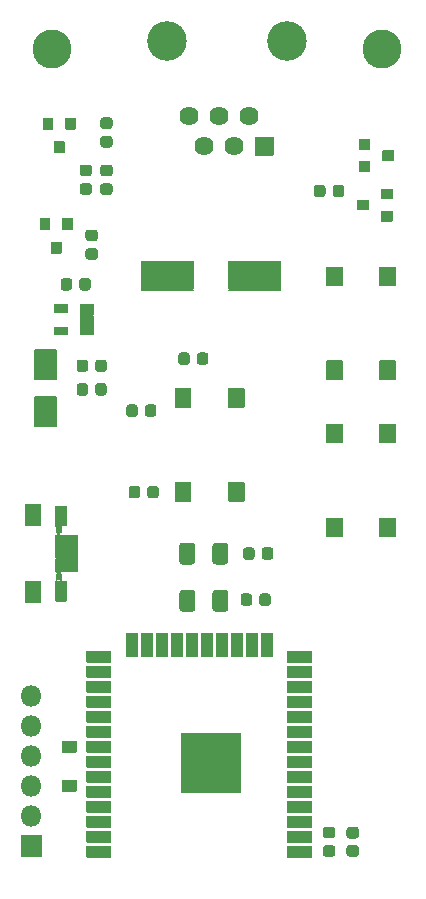
<source format=gts>
G04 #@! TF.GenerationSoftware,KiCad,Pcbnew,(5.1.7)-1*
G04 #@! TF.CreationDate,2021-06-27T15:00:08+02:00*
G04 #@! TF.ProjectId,TwomesGateway,54776f6d-6573-4476-9174-657761792e6b,rev?*
G04 #@! TF.SameCoordinates,Original*
G04 #@! TF.FileFunction,Soldermask,Top*
G04 #@! TF.FilePolarity,Negative*
%FSLAX46Y46*%
G04 Gerber Fmt 4.6, Leading zero omitted, Abs format (unit mm)*
G04 Created by KiCad (PCBNEW (5.1.7)-1) date 2021-06-27 15:00:08*
%MOMM*%
%LPD*%
G01*
G04 APERTURE LIST*
%ADD10C,0.602000*%
%ADD11C,3.302000*%
%ADD12C,3.352000*%
%ADD13C,1.622000*%
%ADD14O,1.802000X1.802000*%
%ADD15C,0.100000*%
G04 APERTURE END LIST*
G36*
G01*
X94724500Y-141674000D02*
X95275500Y-141674000D01*
G75*
G02*
X95526000Y-141924500I0J-250500D01*
G01*
X95526000Y-142425500D01*
G75*
G02*
X95275500Y-142676000I-250500J0D01*
G01*
X94724500Y-142676000D01*
G75*
G02*
X94474000Y-142425500I0J250500D01*
G01*
X94474000Y-141924500D01*
G75*
G02*
X94724500Y-141674000I250500J0D01*
G01*
G37*
G36*
G01*
X94724500Y-140124000D02*
X95275500Y-140124000D01*
G75*
G02*
X95526000Y-140374500I0J-250500D01*
G01*
X95526000Y-140875500D01*
G75*
G02*
X95275500Y-141126000I-250500J0D01*
G01*
X94724500Y-141126000D01*
G75*
G02*
X94474000Y-140875500I0J250500D01*
G01*
X94474000Y-140374500D01*
G75*
G02*
X94724500Y-140124000I250500J0D01*
G01*
G37*
G36*
G01*
X92718250Y-140124000D02*
X93281750Y-140124000D01*
G75*
G02*
X93526000Y-140368250I0J-244250D01*
G01*
X93526000Y-140856750D01*
G75*
G02*
X93281750Y-141101000I-244250J0D01*
G01*
X92718250Y-141101000D01*
G75*
G02*
X92474000Y-140856750I0J244250D01*
G01*
X92474000Y-140368250D01*
G75*
G02*
X92718250Y-140124000I244250J0D01*
G01*
G37*
G36*
G01*
X92718250Y-141699000D02*
X93281750Y-141699000D01*
G75*
G02*
X93526000Y-141943250I0J-244250D01*
G01*
X93526000Y-142431750D01*
G75*
G02*
X93281750Y-142676000I-244250J0D01*
G01*
X92718250Y-142676000D01*
G75*
G02*
X92474000Y-142431750I0J244250D01*
G01*
X92474000Y-141943250D01*
G75*
G02*
X92718250Y-141699000I244250J0D01*
G01*
G37*
G36*
G01*
X84449000Y-94540800D02*
X84449000Y-92459200D01*
G75*
G02*
X84709200Y-92199000I260200J0D01*
G01*
X88690800Y-92199000D01*
G75*
G02*
X88951000Y-92459200I0J-260200D01*
G01*
X88951000Y-94540800D01*
G75*
G02*
X88690800Y-94801000I-260200J0D01*
G01*
X84709200Y-94801000D01*
G75*
G02*
X84449000Y-94540800I0J260200D01*
G01*
G37*
G36*
G01*
X77049000Y-94540800D02*
X77049000Y-92459200D01*
G75*
G02*
X77309200Y-92199000I260200J0D01*
G01*
X81290800Y-92199000D01*
G75*
G02*
X81551000Y-92459200I0J-260200D01*
G01*
X81551000Y-94540800D01*
G75*
G02*
X81290800Y-94801000I-260200J0D01*
G01*
X77309200Y-94801000D01*
G75*
G02*
X77049000Y-94540800I0J260200D01*
G01*
G37*
G36*
G01*
X68100000Y-103699000D02*
X69900000Y-103699000D01*
G75*
G02*
X69951000Y-103750000I0J-51000D01*
G01*
X69951000Y-106250000D01*
G75*
G02*
X69900000Y-106301000I-51000J0D01*
G01*
X68100000Y-106301000D01*
G75*
G02*
X68049000Y-106250000I0J51000D01*
G01*
X68049000Y-103750000D01*
G75*
G02*
X68100000Y-103699000I51000J0D01*
G01*
G37*
G36*
G01*
X68100000Y-99699000D02*
X69900000Y-99699000D01*
G75*
G02*
X69951000Y-99750000I0J-51000D01*
G01*
X69951000Y-102250000D01*
G75*
G02*
X69900000Y-102301000I-51000J0D01*
G01*
X68100000Y-102301000D01*
G75*
G02*
X68049000Y-102250000I0J51000D01*
G01*
X68049000Y-99750000D01*
G75*
G02*
X68100000Y-99699000I51000J0D01*
G01*
G37*
G36*
G01*
X69850000Y-119336500D02*
X70750000Y-119336500D01*
G75*
G02*
X70801000Y-119387500I0J-51000D01*
G01*
X70801000Y-121012500D01*
G75*
G02*
X70750000Y-121063500I-51000J0D01*
G01*
X69850000Y-121063500D01*
G75*
G02*
X69799000Y-121012500I0J51000D01*
G01*
X69799000Y-119387500D01*
G75*
G02*
X69850000Y-119336500I51000J0D01*
G01*
G37*
D10*
X70100000Y-119000000D03*
X70100000Y-115000000D03*
G36*
G01*
X69845000Y-118059000D02*
X71695000Y-118059000D01*
G75*
G02*
X71746000Y-118110000I0J-51000D01*
G01*
X71746000Y-118510000D01*
G75*
G02*
X71695000Y-118561000I-51000J0D01*
G01*
X69845000Y-118561000D01*
G75*
G02*
X69794000Y-118510000I0J51000D01*
G01*
X69794000Y-118110000D01*
G75*
G02*
X69845000Y-118059000I51000J0D01*
G01*
G37*
G36*
G01*
X69845000Y-117409000D02*
X71695000Y-117409000D01*
G75*
G02*
X71746000Y-117460000I0J-51000D01*
G01*
X71746000Y-117860000D01*
G75*
G02*
X71695000Y-117911000I-51000J0D01*
G01*
X69845000Y-117911000D01*
G75*
G02*
X69794000Y-117860000I0J51000D01*
G01*
X69794000Y-117460000D01*
G75*
G02*
X69845000Y-117409000I51000J0D01*
G01*
G37*
G36*
G01*
X69845000Y-116759000D02*
X71695000Y-116759000D01*
G75*
G02*
X71746000Y-116810000I0J-51000D01*
G01*
X71746000Y-117210000D01*
G75*
G02*
X71695000Y-117261000I-51000J0D01*
G01*
X69845000Y-117261000D01*
G75*
G02*
X69794000Y-117210000I0J51000D01*
G01*
X69794000Y-116810000D01*
G75*
G02*
X69845000Y-116759000I51000J0D01*
G01*
G37*
G36*
G01*
X69850000Y-112936500D02*
X70750000Y-112936500D01*
G75*
G02*
X70801000Y-112987500I0J-51000D01*
G01*
X70801000Y-114612500D01*
G75*
G02*
X70750000Y-114663500I-51000J0D01*
G01*
X69850000Y-114663500D01*
G75*
G02*
X69799000Y-114612500I0J51000D01*
G01*
X69799000Y-112987500D01*
G75*
G02*
X69850000Y-112936500I51000J0D01*
G01*
G37*
G36*
G01*
X69845000Y-116109000D02*
X71695000Y-116109000D01*
G75*
G02*
X71746000Y-116160000I0J-51000D01*
G01*
X71746000Y-116560000D01*
G75*
G02*
X71695000Y-116611000I-51000J0D01*
G01*
X69845000Y-116611000D01*
G75*
G02*
X69794000Y-116560000I0J51000D01*
G01*
X69794000Y-116160000D01*
G75*
G02*
X69845000Y-116109000I51000J0D01*
G01*
G37*
G36*
G01*
X69845000Y-115459000D02*
X71695000Y-115459000D01*
G75*
G02*
X71746000Y-115510000I0J-51000D01*
G01*
X71746000Y-115910000D01*
G75*
G02*
X71695000Y-115961000I-51000J0D01*
G01*
X69845000Y-115961000D01*
G75*
G02*
X69794000Y-115910000I0J51000D01*
G01*
X69794000Y-115510000D01*
G75*
G02*
X69845000Y-115459000I51000J0D01*
G01*
G37*
G36*
G01*
X67300000Y-119341500D02*
X68600000Y-119341500D01*
G75*
G02*
X68651000Y-119392500I0J-51000D01*
G01*
X68651000Y-121107500D01*
G75*
G02*
X68600000Y-121158500I-51000J0D01*
G01*
X67300000Y-121158500D01*
G75*
G02*
X67249000Y-121107500I0J51000D01*
G01*
X67249000Y-119392500D01*
G75*
G02*
X67300000Y-119341500I51000J0D01*
G01*
G37*
G36*
G01*
X67300000Y-112841500D02*
X68600000Y-112841500D01*
G75*
G02*
X68651000Y-112892500I0J-51000D01*
G01*
X68651000Y-114607500D01*
G75*
G02*
X68600000Y-114658500I-51000J0D01*
G01*
X67300000Y-114658500D01*
G75*
G02*
X67249000Y-114607500I0J51000D01*
G01*
X67249000Y-112892500D01*
G75*
G02*
X67300000Y-112841500I51000J0D01*
G01*
G37*
G36*
G01*
X73868250Y-81649000D02*
X74431750Y-81649000D01*
G75*
G02*
X74676000Y-81893250I0J-244250D01*
G01*
X74676000Y-82381750D01*
G75*
G02*
X74431750Y-82626000I-244250J0D01*
G01*
X73868250Y-82626000D01*
G75*
G02*
X73624000Y-82381750I0J244250D01*
G01*
X73624000Y-81893250D01*
G75*
G02*
X73868250Y-81649000I244250J0D01*
G01*
G37*
G36*
G01*
X73868250Y-80074000D02*
X74431750Y-80074000D01*
G75*
G02*
X74676000Y-80318250I0J-244250D01*
G01*
X74676000Y-80806750D01*
G75*
G02*
X74431750Y-81051000I-244250J0D01*
G01*
X73868250Y-81051000D01*
G75*
G02*
X73624000Y-80806750I0J244250D01*
G01*
X73624000Y-80318250D01*
G75*
G02*
X73868250Y-80074000I244250J0D01*
G01*
G37*
G36*
G01*
X74431750Y-85051000D02*
X73868250Y-85051000D01*
G75*
G02*
X73624000Y-84806750I0J244250D01*
G01*
X73624000Y-84318250D01*
G75*
G02*
X73868250Y-84074000I244250J0D01*
G01*
X74431750Y-84074000D01*
G75*
G02*
X74676000Y-84318250I0J-244250D01*
G01*
X74676000Y-84806750D01*
G75*
G02*
X74431750Y-85051000I-244250J0D01*
G01*
G37*
G36*
G01*
X74431750Y-86626000D02*
X73868250Y-86626000D01*
G75*
G02*
X73624000Y-86381750I0J244250D01*
G01*
X73624000Y-85893250D01*
G75*
G02*
X73868250Y-85649000I244250J0D01*
G01*
X74431750Y-85649000D01*
G75*
G02*
X74676000Y-85893250I0J-244250D01*
G01*
X74676000Y-86381750D01*
G75*
G02*
X74431750Y-86626000I-244250J0D01*
G01*
G37*
G36*
G01*
X96401000Y-87100000D02*
X96401000Y-87900000D01*
G75*
G02*
X96350000Y-87951000I-51000J0D01*
G01*
X95450000Y-87951000D01*
G75*
G02*
X95399000Y-87900000I0J51000D01*
G01*
X95399000Y-87100000D01*
G75*
G02*
X95450000Y-87049000I51000J0D01*
G01*
X96350000Y-87049000D01*
G75*
G02*
X96401000Y-87100000I0J-51000D01*
G01*
G37*
G36*
G01*
X98401000Y-86150000D02*
X98401000Y-86950000D01*
G75*
G02*
X98350000Y-87001000I-51000J0D01*
G01*
X97450000Y-87001000D01*
G75*
G02*
X97399000Y-86950000I0J51000D01*
G01*
X97399000Y-86150000D01*
G75*
G02*
X97450000Y-86099000I51000J0D01*
G01*
X98350000Y-86099000D01*
G75*
G02*
X98401000Y-86150000I0J-51000D01*
G01*
G37*
G36*
G01*
X98401000Y-88050000D02*
X98401000Y-88850000D01*
G75*
G02*
X98350000Y-88901000I-51000J0D01*
G01*
X97450000Y-88901000D01*
G75*
G02*
X97399000Y-88850000I0J51000D01*
G01*
X97399000Y-88050000D01*
G75*
G02*
X97450000Y-87999000I51000J0D01*
G01*
X98350000Y-87999000D01*
G75*
G02*
X98401000Y-88050000I0J-51000D01*
G01*
G37*
G36*
G01*
X97499000Y-83700000D02*
X97499000Y-82900000D01*
G75*
G02*
X97550000Y-82849000I51000J0D01*
G01*
X98450000Y-82849000D01*
G75*
G02*
X98501000Y-82900000I0J-51000D01*
G01*
X98501000Y-83700000D01*
G75*
G02*
X98450000Y-83751000I-51000J0D01*
G01*
X97550000Y-83751000D01*
G75*
G02*
X97499000Y-83700000I0J51000D01*
G01*
G37*
G36*
G01*
X95499000Y-84650000D02*
X95499000Y-83850000D01*
G75*
G02*
X95550000Y-83799000I51000J0D01*
G01*
X96450000Y-83799000D01*
G75*
G02*
X96501000Y-83850000I0J-51000D01*
G01*
X96501000Y-84650000D01*
G75*
G02*
X96450000Y-84701000I-51000J0D01*
G01*
X95550000Y-84701000D01*
G75*
G02*
X95499000Y-84650000I0J51000D01*
G01*
G37*
G36*
G01*
X95499000Y-82750000D02*
X95499000Y-81950000D01*
G75*
G02*
X95550000Y-81899000I51000J0D01*
G01*
X96450000Y-81899000D01*
G75*
G02*
X96501000Y-81950000I0J-51000D01*
G01*
X96501000Y-82750000D01*
G75*
G02*
X96450000Y-82801000I-51000J0D01*
G01*
X95550000Y-82801000D01*
G75*
G02*
X95499000Y-82750000I0J51000D01*
G01*
G37*
G36*
G01*
X77001000Y-111518250D02*
X77001000Y-112081750D01*
G75*
G02*
X76756750Y-112326000I-244250J0D01*
G01*
X76268250Y-112326000D01*
G75*
G02*
X76024000Y-112081750I0J244250D01*
G01*
X76024000Y-111518250D01*
G75*
G02*
X76268250Y-111274000I244250J0D01*
G01*
X76756750Y-111274000D01*
G75*
G02*
X77001000Y-111518250I0J-244250D01*
G01*
G37*
G36*
G01*
X78576000Y-111518250D02*
X78576000Y-112081750D01*
G75*
G02*
X78331750Y-112326000I-244250J0D01*
G01*
X77843250Y-112326000D01*
G75*
G02*
X77599000Y-112081750I0J244250D01*
G01*
X77599000Y-111518250D01*
G75*
G02*
X77843250Y-111274000I244250J0D01*
G01*
X78331750Y-111274000D01*
G75*
G02*
X78576000Y-111518250I0J-244250D01*
G01*
G37*
G36*
G01*
X69500000Y-90599000D02*
X70300000Y-90599000D01*
G75*
G02*
X70351000Y-90650000I0J-51000D01*
G01*
X70351000Y-91550000D01*
G75*
G02*
X70300000Y-91601000I-51000J0D01*
G01*
X69500000Y-91601000D01*
G75*
G02*
X69449000Y-91550000I0J51000D01*
G01*
X69449000Y-90650000D01*
G75*
G02*
X69500000Y-90599000I51000J0D01*
G01*
G37*
G36*
G01*
X68550000Y-88599000D02*
X69350000Y-88599000D01*
G75*
G02*
X69401000Y-88650000I0J-51000D01*
G01*
X69401000Y-89550000D01*
G75*
G02*
X69350000Y-89601000I-51000J0D01*
G01*
X68550000Y-89601000D01*
G75*
G02*
X68499000Y-89550000I0J51000D01*
G01*
X68499000Y-88650000D01*
G75*
G02*
X68550000Y-88599000I51000J0D01*
G01*
G37*
G36*
G01*
X70450000Y-88599000D02*
X71250000Y-88599000D01*
G75*
G02*
X71301000Y-88650000I0J-51000D01*
G01*
X71301000Y-89550000D01*
G75*
G02*
X71250000Y-89601000I-51000J0D01*
G01*
X70450000Y-89601000D01*
G75*
G02*
X70399000Y-89550000I0J51000D01*
G01*
X70399000Y-88650000D01*
G75*
G02*
X70450000Y-88599000I51000J0D01*
G01*
G37*
G36*
G01*
X69750000Y-82099000D02*
X70550000Y-82099000D01*
G75*
G02*
X70601000Y-82150000I0J-51000D01*
G01*
X70601000Y-83050000D01*
G75*
G02*
X70550000Y-83101000I-51000J0D01*
G01*
X69750000Y-83101000D01*
G75*
G02*
X69699000Y-83050000I0J51000D01*
G01*
X69699000Y-82150000D01*
G75*
G02*
X69750000Y-82099000I51000J0D01*
G01*
G37*
G36*
G01*
X68800000Y-80099000D02*
X69600000Y-80099000D01*
G75*
G02*
X69651000Y-80150000I0J-51000D01*
G01*
X69651000Y-81050000D01*
G75*
G02*
X69600000Y-81101000I-51000J0D01*
G01*
X68800000Y-81101000D01*
G75*
G02*
X68749000Y-81050000I0J51000D01*
G01*
X68749000Y-80150000D01*
G75*
G02*
X68800000Y-80099000I51000J0D01*
G01*
G37*
G36*
G01*
X70700000Y-80099000D02*
X71500000Y-80099000D01*
G75*
G02*
X71551000Y-80150000I0J-51000D01*
G01*
X71551000Y-81050000D01*
G75*
G02*
X71500000Y-81101000I-51000J0D01*
G01*
X70700000Y-81101000D01*
G75*
G02*
X70649000Y-81050000I0J51000D01*
G01*
X70649000Y-80150000D01*
G75*
G02*
X70700000Y-80099000I51000J0D01*
G01*
G37*
D11*
X69500000Y-74250000D03*
X97500000Y-74250000D03*
G36*
G01*
X88311000Y-81739999D02*
X88311000Y-83260001D01*
G75*
G02*
X88260001Y-83311000I-50999J0D01*
G01*
X86739999Y-83311000D01*
G75*
G02*
X86689000Y-83260001I0J50999D01*
G01*
X86689000Y-81739999D01*
G75*
G02*
X86739999Y-81689000I50999J0D01*
G01*
X88260001Y-81689000D01*
G75*
G02*
X88311000Y-81739999I0J-50999D01*
G01*
G37*
D12*
X89410000Y-73610000D03*
D13*
X86230000Y-79960000D03*
X84960000Y-82500000D03*
X83690000Y-79960000D03*
X82420000Y-82500000D03*
X81150000Y-79960000D03*
D12*
X79250000Y-73610000D03*
G36*
G01*
X70400000Y-136149000D02*
X71600000Y-136149000D01*
G75*
G02*
X71651000Y-136200000I0J-51000D01*
G01*
X71651000Y-137100000D01*
G75*
G02*
X71600000Y-137151000I-51000J0D01*
G01*
X70400000Y-137151000D01*
G75*
G02*
X70349000Y-137100000I0J51000D01*
G01*
X70349000Y-136200000D01*
G75*
G02*
X70400000Y-136149000I51000J0D01*
G01*
G37*
G36*
G01*
X70400000Y-132849000D02*
X71600000Y-132849000D01*
G75*
G02*
X71651000Y-132900000I0J-51000D01*
G01*
X71651000Y-133800000D01*
G75*
G02*
X71600000Y-133851000I-51000J0D01*
G01*
X70400000Y-133851000D01*
G75*
G02*
X70349000Y-133800000I0J51000D01*
G01*
X70349000Y-132900000D01*
G75*
G02*
X70400000Y-132849000I51000J0D01*
G01*
G37*
G36*
G01*
X74551000Y-141805000D02*
X74551000Y-142705000D01*
G75*
G02*
X74500000Y-142756000I-51000J0D01*
G01*
X72500000Y-142756000D01*
G75*
G02*
X72449000Y-142705000I0J51000D01*
G01*
X72449000Y-141805000D01*
G75*
G02*
X72500000Y-141754000I51000J0D01*
G01*
X74500000Y-141754000D01*
G75*
G02*
X74551000Y-141805000I0J-51000D01*
G01*
G37*
G36*
G01*
X74551000Y-140535000D02*
X74551000Y-141435000D01*
G75*
G02*
X74500000Y-141486000I-51000J0D01*
G01*
X72500000Y-141486000D01*
G75*
G02*
X72449000Y-141435000I0J51000D01*
G01*
X72449000Y-140535000D01*
G75*
G02*
X72500000Y-140484000I51000J0D01*
G01*
X74500000Y-140484000D01*
G75*
G02*
X74551000Y-140535000I0J-51000D01*
G01*
G37*
G36*
G01*
X74551000Y-139265000D02*
X74551000Y-140165000D01*
G75*
G02*
X74500000Y-140216000I-51000J0D01*
G01*
X72500000Y-140216000D01*
G75*
G02*
X72449000Y-140165000I0J51000D01*
G01*
X72449000Y-139265000D01*
G75*
G02*
X72500000Y-139214000I51000J0D01*
G01*
X74500000Y-139214000D01*
G75*
G02*
X74551000Y-139265000I0J-51000D01*
G01*
G37*
G36*
G01*
X74551000Y-137995000D02*
X74551000Y-138895000D01*
G75*
G02*
X74500000Y-138946000I-51000J0D01*
G01*
X72500000Y-138946000D01*
G75*
G02*
X72449000Y-138895000I0J51000D01*
G01*
X72449000Y-137995000D01*
G75*
G02*
X72500000Y-137944000I51000J0D01*
G01*
X74500000Y-137944000D01*
G75*
G02*
X74551000Y-137995000I0J-51000D01*
G01*
G37*
G36*
G01*
X74551000Y-136725000D02*
X74551000Y-137625000D01*
G75*
G02*
X74500000Y-137676000I-51000J0D01*
G01*
X72500000Y-137676000D01*
G75*
G02*
X72449000Y-137625000I0J51000D01*
G01*
X72449000Y-136725000D01*
G75*
G02*
X72500000Y-136674000I51000J0D01*
G01*
X74500000Y-136674000D01*
G75*
G02*
X74551000Y-136725000I0J-51000D01*
G01*
G37*
G36*
G01*
X74551000Y-135455000D02*
X74551000Y-136355000D01*
G75*
G02*
X74500000Y-136406000I-51000J0D01*
G01*
X72500000Y-136406000D01*
G75*
G02*
X72449000Y-136355000I0J51000D01*
G01*
X72449000Y-135455000D01*
G75*
G02*
X72500000Y-135404000I51000J0D01*
G01*
X74500000Y-135404000D01*
G75*
G02*
X74551000Y-135455000I0J-51000D01*
G01*
G37*
G36*
G01*
X74551000Y-134185000D02*
X74551000Y-135085000D01*
G75*
G02*
X74500000Y-135136000I-51000J0D01*
G01*
X72500000Y-135136000D01*
G75*
G02*
X72449000Y-135085000I0J51000D01*
G01*
X72449000Y-134185000D01*
G75*
G02*
X72500000Y-134134000I51000J0D01*
G01*
X74500000Y-134134000D01*
G75*
G02*
X74551000Y-134185000I0J-51000D01*
G01*
G37*
G36*
G01*
X74551000Y-132915000D02*
X74551000Y-133815000D01*
G75*
G02*
X74500000Y-133866000I-51000J0D01*
G01*
X72500000Y-133866000D01*
G75*
G02*
X72449000Y-133815000I0J51000D01*
G01*
X72449000Y-132915000D01*
G75*
G02*
X72500000Y-132864000I51000J0D01*
G01*
X74500000Y-132864000D01*
G75*
G02*
X74551000Y-132915000I0J-51000D01*
G01*
G37*
G36*
G01*
X74551000Y-131645000D02*
X74551000Y-132545000D01*
G75*
G02*
X74500000Y-132596000I-51000J0D01*
G01*
X72500000Y-132596000D01*
G75*
G02*
X72449000Y-132545000I0J51000D01*
G01*
X72449000Y-131645000D01*
G75*
G02*
X72500000Y-131594000I51000J0D01*
G01*
X74500000Y-131594000D01*
G75*
G02*
X74551000Y-131645000I0J-51000D01*
G01*
G37*
G36*
G01*
X74551000Y-130375000D02*
X74551000Y-131275000D01*
G75*
G02*
X74500000Y-131326000I-51000J0D01*
G01*
X72500000Y-131326000D01*
G75*
G02*
X72449000Y-131275000I0J51000D01*
G01*
X72449000Y-130375000D01*
G75*
G02*
X72500000Y-130324000I51000J0D01*
G01*
X74500000Y-130324000D01*
G75*
G02*
X74551000Y-130375000I0J-51000D01*
G01*
G37*
G36*
G01*
X74551000Y-129105000D02*
X74551000Y-130005000D01*
G75*
G02*
X74500000Y-130056000I-51000J0D01*
G01*
X72500000Y-130056000D01*
G75*
G02*
X72449000Y-130005000I0J51000D01*
G01*
X72449000Y-129105000D01*
G75*
G02*
X72500000Y-129054000I51000J0D01*
G01*
X74500000Y-129054000D01*
G75*
G02*
X74551000Y-129105000I0J-51000D01*
G01*
G37*
G36*
G01*
X74551000Y-127835000D02*
X74551000Y-128735000D01*
G75*
G02*
X74500000Y-128786000I-51000J0D01*
G01*
X72500000Y-128786000D01*
G75*
G02*
X72449000Y-128735000I0J51000D01*
G01*
X72449000Y-127835000D01*
G75*
G02*
X72500000Y-127784000I51000J0D01*
G01*
X74500000Y-127784000D01*
G75*
G02*
X74551000Y-127835000I0J-51000D01*
G01*
G37*
G36*
G01*
X74551000Y-126565000D02*
X74551000Y-127465000D01*
G75*
G02*
X74500000Y-127516000I-51000J0D01*
G01*
X72500000Y-127516000D01*
G75*
G02*
X72449000Y-127465000I0J51000D01*
G01*
X72449000Y-126565000D01*
G75*
G02*
X72500000Y-126514000I51000J0D01*
G01*
X74500000Y-126514000D01*
G75*
G02*
X74551000Y-126565000I0J-51000D01*
G01*
G37*
G36*
G01*
X74551000Y-125295000D02*
X74551000Y-126195000D01*
G75*
G02*
X74500000Y-126246000I-51000J0D01*
G01*
X72500000Y-126246000D01*
G75*
G02*
X72449000Y-126195000I0J51000D01*
G01*
X72449000Y-125295000D01*
G75*
G02*
X72500000Y-125244000I51000J0D01*
G01*
X74500000Y-125244000D01*
G75*
G02*
X74551000Y-125295000I0J-51000D01*
G01*
G37*
G36*
G01*
X75835000Y-123694000D02*
X76735000Y-123694000D01*
G75*
G02*
X76786000Y-123745000I0J-51000D01*
G01*
X76786000Y-125745000D01*
G75*
G02*
X76735000Y-125796000I-51000J0D01*
G01*
X75835000Y-125796000D01*
G75*
G02*
X75784000Y-125745000I0J51000D01*
G01*
X75784000Y-123745000D01*
G75*
G02*
X75835000Y-123694000I51000J0D01*
G01*
G37*
G36*
G01*
X77105000Y-123694000D02*
X78005000Y-123694000D01*
G75*
G02*
X78056000Y-123745000I0J-51000D01*
G01*
X78056000Y-125745000D01*
G75*
G02*
X78005000Y-125796000I-51000J0D01*
G01*
X77105000Y-125796000D01*
G75*
G02*
X77054000Y-125745000I0J51000D01*
G01*
X77054000Y-123745000D01*
G75*
G02*
X77105000Y-123694000I51000J0D01*
G01*
G37*
G36*
G01*
X78375000Y-123694000D02*
X79275000Y-123694000D01*
G75*
G02*
X79326000Y-123745000I0J-51000D01*
G01*
X79326000Y-125745000D01*
G75*
G02*
X79275000Y-125796000I-51000J0D01*
G01*
X78375000Y-125796000D01*
G75*
G02*
X78324000Y-125745000I0J51000D01*
G01*
X78324000Y-123745000D01*
G75*
G02*
X78375000Y-123694000I51000J0D01*
G01*
G37*
G36*
G01*
X79645000Y-123694000D02*
X80545000Y-123694000D01*
G75*
G02*
X80596000Y-123745000I0J-51000D01*
G01*
X80596000Y-125745000D01*
G75*
G02*
X80545000Y-125796000I-51000J0D01*
G01*
X79645000Y-125796000D01*
G75*
G02*
X79594000Y-125745000I0J51000D01*
G01*
X79594000Y-123745000D01*
G75*
G02*
X79645000Y-123694000I51000J0D01*
G01*
G37*
G36*
G01*
X80915000Y-123694000D02*
X81815000Y-123694000D01*
G75*
G02*
X81866000Y-123745000I0J-51000D01*
G01*
X81866000Y-125745000D01*
G75*
G02*
X81815000Y-125796000I-51000J0D01*
G01*
X80915000Y-125796000D01*
G75*
G02*
X80864000Y-125745000I0J51000D01*
G01*
X80864000Y-123745000D01*
G75*
G02*
X80915000Y-123694000I51000J0D01*
G01*
G37*
G36*
G01*
X82185000Y-123694000D02*
X83085000Y-123694000D01*
G75*
G02*
X83136000Y-123745000I0J-51000D01*
G01*
X83136000Y-125745000D01*
G75*
G02*
X83085000Y-125796000I-51000J0D01*
G01*
X82185000Y-125796000D01*
G75*
G02*
X82134000Y-125745000I0J51000D01*
G01*
X82134000Y-123745000D01*
G75*
G02*
X82185000Y-123694000I51000J0D01*
G01*
G37*
G36*
G01*
X83455000Y-123694000D02*
X84355000Y-123694000D01*
G75*
G02*
X84406000Y-123745000I0J-51000D01*
G01*
X84406000Y-125745000D01*
G75*
G02*
X84355000Y-125796000I-51000J0D01*
G01*
X83455000Y-125796000D01*
G75*
G02*
X83404000Y-125745000I0J51000D01*
G01*
X83404000Y-123745000D01*
G75*
G02*
X83455000Y-123694000I51000J0D01*
G01*
G37*
G36*
G01*
X84725000Y-123694000D02*
X85625000Y-123694000D01*
G75*
G02*
X85676000Y-123745000I0J-51000D01*
G01*
X85676000Y-125745000D01*
G75*
G02*
X85625000Y-125796000I-51000J0D01*
G01*
X84725000Y-125796000D01*
G75*
G02*
X84674000Y-125745000I0J51000D01*
G01*
X84674000Y-123745000D01*
G75*
G02*
X84725000Y-123694000I51000J0D01*
G01*
G37*
G36*
G01*
X85995000Y-123694000D02*
X86895000Y-123694000D01*
G75*
G02*
X86946000Y-123745000I0J-51000D01*
G01*
X86946000Y-125745000D01*
G75*
G02*
X86895000Y-125796000I-51000J0D01*
G01*
X85995000Y-125796000D01*
G75*
G02*
X85944000Y-125745000I0J51000D01*
G01*
X85944000Y-123745000D01*
G75*
G02*
X85995000Y-123694000I51000J0D01*
G01*
G37*
G36*
G01*
X87265000Y-123694000D02*
X88165000Y-123694000D01*
G75*
G02*
X88216000Y-123745000I0J-51000D01*
G01*
X88216000Y-125745000D01*
G75*
G02*
X88165000Y-125796000I-51000J0D01*
G01*
X87265000Y-125796000D01*
G75*
G02*
X87214000Y-125745000I0J51000D01*
G01*
X87214000Y-123745000D01*
G75*
G02*
X87265000Y-123694000I51000J0D01*
G01*
G37*
G36*
G01*
X91551000Y-125295000D02*
X91551000Y-126195000D01*
G75*
G02*
X91500000Y-126246000I-51000J0D01*
G01*
X89500000Y-126246000D01*
G75*
G02*
X89449000Y-126195000I0J51000D01*
G01*
X89449000Y-125295000D01*
G75*
G02*
X89500000Y-125244000I51000J0D01*
G01*
X91500000Y-125244000D01*
G75*
G02*
X91551000Y-125295000I0J-51000D01*
G01*
G37*
G36*
G01*
X91551000Y-126565000D02*
X91551000Y-127465000D01*
G75*
G02*
X91500000Y-127516000I-51000J0D01*
G01*
X89500000Y-127516000D01*
G75*
G02*
X89449000Y-127465000I0J51000D01*
G01*
X89449000Y-126565000D01*
G75*
G02*
X89500000Y-126514000I51000J0D01*
G01*
X91500000Y-126514000D01*
G75*
G02*
X91551000Y-126565000I0J-51000D01*
G01*
G37*
G36*
G01*
X91551000Y-127835000D02*
X91551000Y-128735000D01*
G75*
G02*
X91500000Y-128786000I-51000J0D01*
G01*
X89500000Y-128786000D01*
G75*
G02*
X89449000Y-128735000I0J51000D01*
G01*
X89449000Y-127835000D01*
G75*
G02*
X89500000Y-127784000I51000J0D01*
G01*
X91500000Y-127784000D01*
G75*
G02*
X91551000Y-127835000I0J-51000D01*
G01*
G37*
G36*
G01*
X91551000Y-129105000D02*
X91551000Y-130005000D01*
G75*
G02*
X91500000Y-130056000I-51000J0D01*
G01*
X89500000Y-130056000D01*
G75*
G02*
X89449000Y-130005000I0J51000D01*
G01*
X89449000Y-129105000D01*
G75*
G02*
X89500000Y-129054000I51000J0D01*
G01*
X91500000Y-129054000D01*
G75*
G02*
X91551000Y-129105000I0J-51000D01*
G01*
G37*
G36*
G01*
X91551000Y-130375000D02*
X91551000Y-131275000D01*
G75*
G02*
X91500000Y-131326000I-51000J0D01*
G01*
X89500000Y-131326000D01*
G75*
G02*
X89449000Y-131275000I0J51000D01*
G01*
X89449000Y-130375000D01*
G75*
G02*
X89500000Y-130324000I51000J0D01*
G01*
X91500000Y-130324000D01*
G75*
G02*
X91551000Y-130375000I0J-51000D01*
G01*
G37*
G36*
G01*
X91551000Y-131645000D02*
X91551000Y-132545000D01*
G75*
G02*
X91500000Y-132596000I-51000J0D01*
G01*
X89500000Y-132596000D01*
G75*
G02*
X89449000Y-132545000I0J51000D01*
G01*
X89449000Y-131645000D01*
G75*
G02*
X89500000Y-131594000I51000J0D01*
G01*
X91500000Y-131594000D01*
G75*
G02*
X91551000Y-131645000I0J-51000D01*
G01*
G37*
G36*
G01*
X91551000Y-132915000D02*
X91551000Y-133815000D01*
G75*
G02*
X91500000Y-133866000I-51000J0D01*
G01*
X89500000Y-133866000D01*
G75*
G02*
X89449000Y-133815000I0J51000D01*
G01*
X89449000Y-132915000D01*
G75*
G02*
X89500000Y-132864000I51000J0D01*
G01*
X91500000Y-132864000D01*
G75*
G02*
X91551000Y-132915000I0J-51000D01*
G01*
G37*
G36*
G01*
X91551000Y-134185000D02*
X91551000Y-135085000D01*
G75*
G02*
X91500000Y-135136000I-51000J0D01*
G01*
X89500000Y-135136000D01*
G75*
G02*
X89449000Y-135085000I0J51000D01*
G01*
X89449000Y-134185000D01*
G75*
G02*
X89500000Y-134134000I51000J0D01*
G01*
X91500000Y-134134000D01*
G75*
G02*
X91551000Y-134185000I0J-51000D01*
G01*
G37*
G36*
G01*
X91551000Y-135455000D02*
X91551000Y-136355000D01*
G75*
G02*
X91500000Y-136406000I-51000J0D01*
G01*
X89500000Y-136406000D01*
G75*
G02*
X89449000Y-136355000I0J51000D01*
G01*
X89449000Y-135455000D01*
G75*
G02*
X89500000Y-135404000I51000J0D01*
G01*
X91500000Y-135404000D01*
G75*
G02*
X91551000Y-135455000I0J-51000D01*
G01*
G37*
G36*
G01*
X91551000Y-136725000D02*
X91551000Y-137625000D01*
G75*
G02*
X91500000Y-137676000I-51000J0D01*
G01*
X89500000Y-137676000D01*
G75*
G02*
X89449000Y-137625000I0J51000D01*
G01*
X89449000Y-136725000D01*
G75*
G02*
X89500000Y-136674000I51000J0D01*
G01*
X91500000Y-136674000D01*
G75*
G02*
X91551000Y-136725000I0J-51000D01*
G01*
G37*
G36*
G01*
X91551000Y-137995000D02*
X91551000Y-138895000D01*
G75*
G02*
X91500000Y-138946000I-51000J0D01*
G01*
X89500000Y-138946000D01*
G75*
G02*
X89449000Y-138895000I0J51000D01*
G01*
X89449000Y-137995000D01*
G75*
G02*
X89500000Y-137944000I51000J0D01*
G01*
X91500000Y-137944000D01*
G75*
G02*
X91551000Y-137995000I0J-51000D01*
G01*
G37*
G36*
G01*
X91551000Y-139265000D02*
X91551000Y-140165000D01*
G75*
G02*
X91500000Y-140216000I-51000J0D01*
G01*
X89500000Y-140216000D01*
G75*
G02*
X89449000Y-140165000I0J51000D01*
G01*
X89449000Y-139265000D01*
G75*
G02*
X89500000Y-139214000I51000J0D01*
G01*
X91500000Y-139214000D01*
G75*
G02*
X91551000Y-139265000I0J-51000D01*
G01*
G37*
G36*
G01*
X91551000Y-140535000D02*
X91551000Y-141435000D01*
G75*
G02*
X91500000Y-141486000I-51000J0D01*
G01*
X89500000Y-141486000D01*
G75*
G02*
X89449000Y-141435000I0J51000D01*
G01*
X89449000Y-140535000D01*
G75*
G02*
X89500000Y-140484000I51000J0D01*
G01*
X91500000Y-140484000D01*
G75*
G02*
X91551000Y-140535000I0J-51000D01*
G01*
G37*
G36*
G01*
X91551000Y-141805000D02*
X91551000Y-142705000D01*
G75*
G02*
X91500000Y-142756000I-51000J0D01*
G01*
X89500000Y-142756000D01*
G75*
G02*
X89449000Y-142705000I0J51000D01*
G01*
X89449000Y-141805000D01*
G75*
G02*
X89500000Y-141754000I51000J0D01*
G01*
X91500000Y-141754000D01*
G75*
G02*
X91551000Y-141805000I0J-51000D01*
G01*
G37*
G36*
G01*
X85551000Y-132255000D02*
X85551000Y-137255000D01*
G75*
G02*
X85500000Y-137306000I-51000J0D01*
G01*
X80500000Y-137306000D01*
G75*
G02*
X80449000Y-137255000I0J51000D01*
G01*
X80449000Y-132255000D01*
G75*
G02*
X80500000Y-132204000I51000J0D01*
G01*
X85500000Y-132204000D01*
G75*
G02*
X85551000Y-132255000I0J-51000D01*
G01*
G37*
G36*
G01*
X70881000Y-97824999D02*
X70881000Y-98475001D01*
G75*
G02*
X70830001Y-98526000I-50999J0D01*
G01*
X69769999Y-98526000D01*
G75*
G02*
X69719000Y-98475001I0J50999D01*
G01*
X69719000Y-97824999D01*
G75*
G02*
X69769999Y-97774000I50999J0D01*
G01*
X70830001Y-97774000D01*
G75*
G02*
X70881000Y-97824999I0J-50999D01*
G01*
G37*
G36*
G01*
X70881000Y-95924999D02*
X70881000Y-96575001D01*
G75*
G02*
X70830001Y-96626000I-50999J0D01*
G01*
X69769999Y-96626000D01*
G75*
G02*
X69719000Y-96575001I0J50999D01*
G01*
X69719000Y-95924999D01*
G75*
G02*
X69769999Y-95874000I50999J0D01*
G01*
X70830001Y-95874000D01*
G75*
G02*
X70881000Y-95924999I0J-50999D01*
G01*
G37*
G36*
G01*
X73081000Y-95924999D02*
X73081000Y-96575001D01*
G75*
G02*
X73030001Y-96626000I-50999J0D01*
G01*
X71969999Y-96626000D01*
G75*
G02*
X71919000Y-96575001I0J50999D01*
G01*
X71919000Y-95924999D01*
G75*
G02*
X71969999Y-95874000I50999J0D01*
G01*
X73030001Y-95874000D01*
G75*
G02*
X73081000Y-95924999I0J-50999D01*
G01*
G37*
G36*
G01*
X73081000Y-96874999D02*
X73081000Y-97525001D01*
G75*
G02*
X73030001Y-97576000I-50999J0D01*
G01*
X71969999Y-97576000D01*
G75*
G02*
X71919000Y-97525001I0J50999D01*
G01*
X71919000Y-96874999D01*
G75*
G02*
X71969999Y-96824000I50999J0D01*
G01*
X73030001Y-96824000D01*
G75*
G02*
X73081000Y-96874999I0J-50999D01*
G01*
G37*
G36*
G01*
X73081000Y-97824999D02*
X73081000Y-98475001D01*
G75*
G02*
X73030001Y-98526000I-50999J0D01*
G01*
X71969999Y-98526000D01*
G75*
G02*
X71919000Y-98475001I0J50999D01*
G01*
X71919000Y-97824999D01*
G75*
G02*
X71969999Y-97774000I50999J0D01*
G01*
X73030001Y-97774000D01*
G75*
G02*
X73081000Y-97824999I0J-50999D01*
G01*
G37*
G36*
G01*
X92800000Y-100649000D02*
X94100000Y-100649000D01*
G75*
G02*
X94151000Y-100700000I0J-51000D01*
G01*
X94151000Y-102250000D01*
G75*
G02*
X94100000Y-102301000I-51000J0D01*
G01*
X92800000Y-102301000D01*
G75*
G02*
X92749000Y-102250000I0J51000D01*
G01*
X92749000Y-100700000D01*
G75*
G02*
X92800000Y-100649000I51000J0D01*
G01*
G37*
G36*
G01*
X97300000Y-100649000D02*
X98600000Y-100649000D01*
G75*
G02*
X98651000Y-100700000I0J-51000D01*
G01*
X98651000Y-102250000D01*
G75*
G02*
X98600000Y-102301000I-51000J0D01*
G01*
X97300000Y-102301000D01*
G75*
G02*
X97249000Y-102250000I0J51000D01*
G01*
X97249000Y-100700000D01*
G75*
G02*
X97300000Y-100649000I51000J0D01*
G01*
G37*
G36*
G01*
X97300000Y-92699000D02*
X98600000Y-92699000D01*
G75*
G02*
X98651000Y-92750000I0J-51000D01*
G01*
X98651000Y-94300000D01*
G75*
G02*
X98600000Y-94351000I-51000J0D01*
G01*
X97300000Y-94351000D01*
G75*
G02*
X97249000Y-94300000I0J51000D01*
G01*
X97249000Y-92750000D01*
G75*
G02*
X97300000Y-92699000I51000J0D01*
G01*
G37*
G36*
G01*
X92800000Y-92699000D02*
X94100000Y-92699000D01*
G75*
G02*
X94151000Y-92750000I0J-51000D01*
G01*
X94151000Y-94300000D01*
G75*
G02*
X94100000Y-94351000I-51000J0D01*
G01*
X92800000Y-94351000D01*
G75*
G02*
X92749000Y-94300000I0J51000D01*
G01*
X92749000Y-92750000D01*
G75*
G02*
X92800000Y-92699000I51000J0D01*
G01*
G37*
G36*
G01*
X92800000Y-113949000D02*
X94100000Y-113949000D01*
G75*
G02*
X94151000Y-114000000I0J-51000D01*
G01*
X94151000Y-115550000D01*
G75*
G02*
X94100000Y-115601000I-51000J0D01*
G01*
X92800000Y-115601000D01*
G75*
G02*
X92749000Y-115550000I0J51000D01*
G01*
X92749000Y-114000000D01*
G75*
G02*
X92800000Y-113949000I51000J0D01*
G01*
G37*
G36*
G01*
X97300000Y-113949000D02*
X98600000Y-113949000D01*
G75*
G02*
X98651000Y-114000000I0J-51000D01*
G01*
X98651000Y-115550000D01*
G75*
G02*
X98600000Y-115601000I-51000J0D01*
G01*
X97300000Y-115601000D01*
G75*
G02*
X97249000Y-115550000I0J51000D01*
G01*
X97249000Y-114000000D01*
G75*
G02*
X97300000Y-113949000I51000J0D01*
G01*
G37*
G36*
G01*
X97300000Y-105999000D02*
X98600000Y-105999000D01*
G75*
G02*
X98651000Y-106050000I0J-51000D01*
G01*
X98651000Y-107600000D01*
G75*
G02*
X98600000Y-107651000I-51000J0D01*
G01*
X97300000Y-107651000D01*
G75*
G02*
X97249000Y-107600000I0J51000D01*
G01*
X97249000Y-106050000D01*
G75*
G02*
X97300000Y-105999000I51000J0D01*
G01*
G37*
G36*
G01*
X92800000Y-105999000D02*
X94100000Y-105999000D01*
G75*
G02*
X94151000Y-106050000I0J-51000D01*
G01*
X94151000Y-107600000D01*
G75*
G02*
X94100000Y-107651000I-51000J0D01*
G01*
X92800000Y-107651000D01*
G75*
G02*
X92749000Y-107600000I0J51000D01*
G01*
X92749000Y-106050000D01*
G75*
G02*
X92800000Y-105999000I51000J0D01*
G01*
G37*
G36*
G01*
X80000000Y-110949000D02*
X81300000Y-110949000D01*
G75*
G02*
X81351000Y-111000000I0J-51000D01*
G01*
X81351000Y-112550000D01*
G75*
G02*
X81300000Y-112601000I-51000J0D01*
G01*
X80000000Y-112601000D01*
G75*
G02*
X79949000Y-112550000I0J51000D01*
G01*
X79949000Y-111000000D01*
G75*
G02*
X80000000Y-110949000I51000J0D01*
G01*
G37*
G36*
G01*
X84500000Y-110949000D02*
X85800000Y-110949000D01*
G75*
G02*
X85851000Y-111000000I0J-51000D01*
G01*
X85851000Y-112550000D01*
G75*
G02*
X85800000Y-112601000I-51000J0D01*
G01*
X84500000Y-112601000D01*
G75*
G02*
X84449000Y-112550000I0J51000D01*
G01*
X84449000Y-111000000D01*
G75*
G02*
X84500000Y-110949000I51000J0D01*
G01*
G37*
G36*
G01*
X84500000Y-102999000D02*
X85800000Y-102999000D01*
G75*
G02*
X85851000Y-103050000I0J-51000D01*
G01*
X85851000Y-104600000D01*
G75*
G02*
X85800000Y-104651000I-51000J0D01*
G01*
X84500000Y-104651000D01*
G75*
G02*
X84449000Y-104600000I0J51000D01*
G01*
X84449000Y-103050000D01*
G75*
G02*
X84500000Y-102999000I51000J0D01*
G01*
G37*
G36*
G01*
X80000000Y-102999000D02*
X81300000Y-102999000D01*
G75*
G02*
X81351000Y-103050000I0J-51000D01*
G01*
X81351000Y-104600000D01*
G75*
G02*
X81300000Y-104651000I-51000J0D01*
G01*
X80000000Y-104651000D01*
G75*
G02*
X79949000Y-104600000I0J51000D01*
G01*
X79949000Y-103050000D01*
G75*
G02*
X80000000Y-102999000I51000J0D01*
G01*
G37*
G36*
G01*
X87299000Y-117281750D02*
X87299000Y-116718250D01*
G75*
G02*
X87543250Y-116474000I244250J0D01*
G01*
X88031750Y-116474000D01*
G75*
G02*
X88276000Y-116718250I0J-244250D01*
G01*
X88276000Y-117281750D01*
G75*
G02*
X88031750Y-117526000I-244250J0D01*
G01*
X87543250Y-117526000D01*
G75*
G02*
X87299000Y-117281750I0J244250D01*
G01*
G37*
G36*
G01*
X85724000Y-117281750D02*
X85724000Y-116718250D01*
G75*
G02*
X85968250Y-116474000I244250J0D01*
G01*
X86456750Y-116474000D01*
G75*
G02*
X86701000Y-116718250I0J-244250D01*
G01*
X86701000Y-117281750D01*
G75*
G02*
X86456750Y-117526000I-244250J0D01*
G01*
X85968250Y-117526000D01*
G75*
G02*
X85724000Y-117281750I0J244250D01*
G01*
G37*
G36*
G01*
X87086500Y-121181750D02*
X87086500Y-120618250D01*
G75*
G02*
X87330750Y-120374000I244250J0D01*
G01*
X87819250Y-120374000D01*
G75*
G02*
X88063500Y-120618250I0J-244250D01*
G01*
X88063500Y-121181750D01*
G75*
G02*
X87819250Y-121426000I-244250J0D01*
G01*
X87330750Y-121426000D01*
G75*
G02*
X87086500Y-121181750I0J244250D01*
G01*
G37*
G36*
G01*
X85511500Y-121181750D02*
X85511500Y-120618250D01*
G75*
G02*
X85755750Y-120374000I244250J0D01*
G01*
X86244250Y-120374000D01*
G75*
G02*
X86488500Y-120618250I0J-244250D01*
G01*
X86488500Y-121181750D01*
G75*
G02*
X86244250Y-121426000I-244250J0D01*
G01*
X85755750Y-121426000D01*
G75*
G02*
X85511500Y-121181750I0J244250D01*
G01*
G37*
G36*
G01*
X76801000Y-104618250D02*
X76801000Y-105181750D01*
G75*
G02*
X76556750Y-105426000I-244250J0D01*
G01*
X76068250Y-105426000D01*
G75*
G02*
X75824000Y-105181750I0J244250D01*
G01*
X75824000Y-104618250D01*
G75*
G02*
X76068250Y-104374000I244250J0D01*
G01*
X76556750Y-104374000D01*
G75*
G02*
X76801000Y-104618250I0J-244250D01*
G01*
G37*
G36*
G01*
X78376000Y-104618250D02*
X78376000Y-105181750D01*
G75*
G02*
X78131750Y-105426000I-244250J0D01*
G01*
X77643250Y-105426000D01*
G75*
G02*
X77399000Y-105181750I0J244250D01*
G01*
X77399000Y-104618250D01*
G75*
G02*
X77643250Y-104374000I244250J0D01*
G01*
X78131750Y-104374000D01*
G75*
G02*
X78376000Y-104618250I0J-244250D01*
G01*
G37*
G36*
G01*
X81799000Y-100781750D02*
X81799000Y-100218250D01*
G75*
G02*
X82043250Y-99974000I244250J0D01*
G01*
X82531750Y-99974000D01*
G75*
G02*
X82776000Y-100218250I0J-244250D01*
G01*
X82776000Y-100781750D01*
G75*
G02*
X82531750Y-101026000I-244250J0D01*
G01*
X82043250Y-101026000D01*
G75*
G02*
X81799000Y-100781750I0J244250D01*
G01*
G37*
G36*
G01*
X80224000Y-100781750D02*
X80224000Y-100218250D01*
G75*
G02*
X80468250Y-99974000I244250J0D01*
G01*
X80956750Y-99974000D01*
G75*
G02*
X81201000Y-100218250I0J-244250D01*
G01*
X81201000Y-100781750D01*
G75*
G02*
X80956750Y-101026000I-244250J0D01*
G01*
X80468250Y-101026000D01*
G75*
G02*
X80224000Y-100781750I0J244250D01*
G01*
G37*
G36*
G01*
X93299000Y-86581750D02*
X93299000Y-86018250D01*
G75*
G02*
X93543250Y-85774000I244250J0D01*
G01*
X94031750Y-85774000D01*
G75*
G02*
X94276000Y-86018250I0J-244250D01*
G01*
X94276000Y-86581750D01*
G75*
G02*
X94031750Y-86826000I-244250J0D01*
G01*
X93543250Y-86826000D01*
G75*
G02*
X93299000Y-86581750I0J244250D01*
G01*
G37*
G36*
G01*
X91724000Y-86581750D02*
X91724000Y-86018250D01*
G75*
G02*
X91968250Y-85774000I244250J0D01*
G01*
X92456750Y-85774000D01*
G75*
G02*
X92701000Y-86018250I0J-244250D01*
G01*
X92701000Y-86581750D01*
G75*
G02*
X92456750Y-86826000I-244250J0D01*
G01*
X91968250Y-86826000D01*
G75*
G02*
X91724000Y-86581750I0J244250D01*
G01*
G37*
G36*
G01*
X72681750Y-85051000D02*
X72118250Y-85051000D01*
G75*
G02*
X71874000Y-84806750I0J244250D01*
G01*
X71874000Y-84318250D01*
G75*
G02*
X72118250Y-84074000I244250J0D01*
G01*
X72681750Y-84074000D01*
G75*
G02*
X72926000Y-84318250I0J-244250D01*
G01*
X72926000Y-84806750D01*
G75*
G02*
X72681750Y-85051000I-244250J0D01*
G01*
G37*
G36*
G01*
X72681750Y-86626000D02*
X72118250Y-86626000D01*
G75*
G02*
X71874000Y-86381750I0J244250D01*
G01*
X71874000Y-85893250D01*
G75*
G02*
X72118250Y-85649000I244250J0D01*
G01*
X72681750Y-85649000D01*
G75*
G02*
X72926000Y-85893250I0J-244250D01*
G01*
X72926000Y-86381750D01*
G75*
G02*
X72681750Y-86626000I-244250J0D01*
G01*
G37*
G36*
G01*
X73181750Y-90551000D02*
X72618250Y-90551000D01*
G75*
G02*
X72374000Y-90306750I0J244250D01*
G01*
X72374000Y-89818250D01*
G75*
G02*
X72618250Y-89574000I244250J0D01*
G01*
X73181750Y-89574000D01*
G75*
G02*
X73426000Y-89818250I0J-244250D01*
G01*
X73426000Y-90306750D01*
G75*
G02*
X73181750Y-90551000I-244250J0D01*
G01*
G37*
G36*
G01*
X73181750Y-92126000D02*
X72618250Y-92126000D01*
G75*
G02*
X72374000Y-91881750I0J244250D01*
G01*
X72374000Y-91393250D01*
G75*
G02*
X72618250Y-91149000I244250J0D01*
G01*
X73181750Y-91149000D01*
G75*
G02*
X73426000Y-91393250I0J-244250D01*
G01*
X73426000Y-91881750D01*
G75*
G02*
X73181750Y-92126000I-244250J0D01*
G01*
G37*
D14*
X67800000Y-129050000D03*
X67800000Y-131590000D03*
X67800000Y-134130000D03*
X67800000Y-136670000D03*
X67800000Y-139210000D03*
G36*
G01*
X68701000Y-140900000D02*
X68701000Y-142600000D01*
G75*
G02*
X68650000Y-142651000I-51000J0D01*
G01*
X66950000Y-142651000D01*
G75*
G02*
X66899000Y-142600000I0J51000D01*
G01*
X66899000Y-140900000D01*
G75*
G02*
X66950000Y-140849000I51000J0D01*
G01*
X68650000Y-140849000D01*
G75*
G02*
X68701000Y-140900000I0J-51000D01*
G01*
G37*
G36*
G01*
X83124000Y-117655600D02*
X83124000Y-116344400D01*
G75*
G02*
X83394400Y-116074000I270400J0D01*
G01*
X84205600Y-116074000D01*
G75*
G02*
X84476000Y-116344400I0J-270400D01*
G01*
X84476000Y-117655600D01*
G75*
G02*
X84205600Y-117926000I-270400J0D01*
G01*
X83394400Y-117926000D01*
G75*
G02*
X83124000Y-117655600I0J270400D01*
G01*
G37*
G36*
G01*
X80324000Y-117655600D02*
X80324000Y-116344400D01*
G75*
G02*
X80594400Y-116074000I270400J0D01*
G01*
X81405600Y-116074000D01*
G75*
G02*
X81676000Y-116344400I0J-270400D01*
G01*
X81676000Y-117655600D01*
G75*
G02*
X81405600Y-117926000I-270400J0D01*
G01*
X80594400Y-117926000D01*
G75*
G02*
X80324000Y-117655600I0J270400D01*
G01*
G37*
G36*
G01*
X83124000Y-121655600D02*
X83124000Y-120344400D01*
G75*
G02*
X83394400Y-120074000I270400J0D01*
G01*
X84205600Y-120074000D01*
G75*
G02*
X84476000Y-120344400I0J-270400D01*
G01*
X84476000Y-121655600D01*
G75*
G02*
X84205600Y-121926000I-270400J0D01*
G01*
X83394400Y-121926000D01*
G75*
G02*
X83124000Y-121655600I0J270400D01*
G01*
G37*
G36*
G01*
X80324000Y-121655600D02*
X80324000Y-120344400D01*
G75*
G02*
X80594400Y-120074000I270400J0D01*
G01*
X81405600Y-120074000D01*
G75*
G02*
X81676000Y-120344400I0J-270400D01*
G01*
X81676000Y-121655600D01*
G75*
G02*
X81405600Y-121926000I-270400J0D01*
G01*
X80594400Y-121926000D01*
G75*
G02*
X80324000Y-121655600I0J270400D01*
G01*
G37*
G36*
G01*
X73199000Y-103381750D02*
X73199000Y-102818250D01*
G75*
G02*
X73443250Y-102574000I244250J0D01*
G01*
X73931750Y-102574000D01*
G75*
G02*
X74176000Y-102818250I0J-244250D01*
G01*
X74176000Y-103381750D01*
G75*
G02*
X73931750Y-103626000I-244250J0D01*
G01*
X73443250Y-103626000D01*
G75*
G02*
X73199000Y-103381750I0J244250D01*
G01*
G37*
G36*
G01*
X71624000Y-103381750D02*
X71624000Y-102818250D01*
G75*
G02*
X71868250Y-102574000I244250J0D01*
G01*
X72356750Y-102574000D01*
G75*
G02*
X72601000Y-102818250I0J-244250D01*
G01*
X72601000Y-103381750D01*
G75*
G02*
X72356750Y-103626000I-244250J0D01*
G01*
X71868250Y-103626000D01*
G75*
G02*
X71624000Y-103381750I0J244250D01*
G01*
G37*
G36*
G01*
X73199000Y-101381750D02*
X73199000Y-100818250D01*
G75*
G02*
X73443250Y-100574000I244250J0D01*
G01*
X73931750Y-100574000D01*
G75*
G02*
X74176000Y-100818250I0J-244250D01*
G01*
X74176000Y-101381750D01*
G75*
G02*
X73931750Y-101626000I-244250J0D01*
G01*
X73443250Y-101626000D01*
G75*
G02*
X73199000Y-101381750I0J244250D01*
G01*
G37*
G36*
G01*
X71624000Y-101381750D02*
X71624000Y-100818250D01*
G75*
G02*
X71868250Y-100574000I244250J0D01*
G01*
X72356750Y-100574000D01*
G75*
G02*
X72601000Y-100818250I0J-244250D01*
G01*
X72601000Y-101381750D01*
G75*
G02*
X72356750Y-101626000I-244250J0D01*
G01*
X71868250Y-101626000D01*
G75*
G02*
X71624000Y-101381750I0J244250D01*
G01*
G37*
G36*
G01*
X71849000Y-94481750D02*
X71849000Y-93918250D01*
G75*
G02*
X72093250Y-93674000I244250J0D01*
G01*
X72581750Y-93674000D01*
G75*
G02*
X72826000Y-93918250I0J-244250D01*
G01*
X72826000Y-94481750D01*
G75*
G02*
X72581750Y-94726000I-244250J0D01*
G01*
X72093250Y-94726000D01*
G75*
G02*
X71849000Y-94481750I0J244250D01*
G01*
G37*
G36*
G01*
X70274000Y-94481750D02*
X70274000Y-93918250D01*
G75*
G02*
X70518250Y-93674000I244250J0D01*
G01*
X71006750Y-93674000D01*
G75*
G02*
X71251000Y-93918250I0J-244250D01*
G01*
X71251000Y-94481750D01*
G75*
G02*
X71006750Y-94726000I-244250J0D01*
G01*
X70518250Y-94726000D01*
G75*
G02*
X70274000Y-94481750I0J244250D01*
G01*
G37*
D15*
G36*
X69839930Y-119146353D02*
G01*
X69868878Y-119189678D01*
X69910322Y-119231122D01*
X69959057Y-119263685D01*
X70013206Y-119286115D01*
X70070696Y-119297551D01*
X70129304Y-119297551D01*
X70186794Y-119286115D01*
X70240943Y-119263685D01*
X70289678Y-119231122D01*
X70331122Y-119189678D01*
X70360070Y-119146354D01*
X70361864Y-119145469D01*
X70363527Y-119146580D01*
X70363497Y-119148408D01*
X70354929Y-119164437D01*
X70347932Y-119187510D01*
X70345568Y-119211501D01*
X70347931Y-119235493D01*
X70354931Y-119258568D01*
X70366297Y-119279832D01*
X70381592Y-119298469D01*
X70400229Y-119313764D01*
X70421494Y-119325130D01*
X70444567Y-119332127D01*
X70468754Y-119334510D01*
X70470380Y-119335675D01*
X70470184Y-119337665D01*
X70468558Y-119338500D01*
X69799000Y-119338500D01*
X69797268Y-119337500D01*
X69797000Y-119336500D01*
X69797000Y-119316443D01*
X69798057Y-119314679D01*
X69799772Y-119313762D01*
X69818409Y-119298468D01*
X69833704Y-119279831D01*
X69845069Y-119258567D01*
X69852069Y-119235492D01*
X69854432Y-119211501D01*
X69852069Y-119187510D01*
X69845069Y-119164435D01*
X69836503Y-119148407D01*
X69836569Y-119146408D01*
X69838333Y-119145465D01*
X69839930Y-119146353D01*
G37*
G36*
X70387284Y-118560000D02*
G01*
X70387284Y-118562000D01*
X70385748Y-118562990D01*
X70361561Y-118565372D01*
X70338486Y-118572372D01*
X70317222Y-118583737D01*
X70298585Y-118599032D01*
X70283290Y-118617669D01*
X70271925Y-118638933D01*
X70264925Y-118662008D01*
X70262562Y-118685999D01*
X70264925Y-118709990D01*
X70271925Y-118733065D01*
X70283290Y-118754329D01*
X70294816Y-118768373D01*
X70295142Y-118770347D01*
X70293596Y-118771615D01*
X70291856Y-118771056D01*
X70289678Y-118768878D01*
X70240943Y-118736315D01*
X70186794Y-118713885D01*
X70129304Y-118702449D01*
X70070696Y-118702449D01*
X70013206Y-118713885D01*
X69959057Y-118736315D01*
X69910322Y-118768878D01*
X69908144Y-118771056D01*
X69906212Y-118771574D01*
X69904798Y-118770160D01*
X69905184Y-118768373D01*
X69916710Y-118754329D01*
X69928075Y-118733065D01*
X69935075Y-118709990D01*
X69937438Y-118685999D01*
X69935075Y-118662008D01*
X69928075Y-118638933D01*
X69916710Y-118617669D01*
X69901415Y-118599032D01*
X69882778Y-118583737D01*
X69861514Y-118572372D01*
X69838439Y-118565372D01*
X69814252Y-118562990D01*
X69812626Y-118561825D01*
X69812822Y-118559835D01*
X69814448Y-118559000D01*
X70385552Y-118559000D01*
X70387284Y-118560000D01*
G37*
G36*
X71747732Y-117910000D02*
G01*
X71748000Y-117911000D01*
X71748000Y-118059000D01*
X71747000Y-118060732D01*
X71746000Y-118061000D01*
X69794000Y-118061000D01*
X69792268Y-118060000D01*
X69792000Y-118059000D01*
X69792000Y-117911000D01*
X69793000Y-117909268D01*
X69794000Y-117909000D01*
X71746000Y-117909000D01*
X71747732Y-117910000D01*
G37*
G36*
X71747732Y-117260000D02*
G01*
X71748000Y-117261000D01*
X71748000Y-117409000D01*
X71747000Y-117410732D01*
X71746000Y-117411000D01*
X69794000Y-117411000D01*
X69792268Y-117410000D01*
X69792000Y-117409000D01*
X69792000Y-117261000D01*
X69793000Y-117259268D01*
X69794000Y-117259000D01*
X71746000Y-117259000D01*
X71747732Y-117260000D01*
G37*
G36*
X71747732Y-116610000D02*
G01*
X71748000Y-116611000D01*
X71748000Y-116759000D01*
X71747000Y-116760732D01*
X71746000Y-116761000D01*
X69794000Y-116761000D01*
X69792268Y-116760000D01*
X69792000Y-116759000D01*
X69792000Y-116611000D01*
X69793000Y-116609268D01*
X69794000Y-116609000D01*
X71746000Y-116609000D01*
X71747732Y-116610000D01*
G37*
G36*
X71747732Y-115960000D02*
G01*
X71748000Y-115961000D01*
X71748000Y-116109000D01*
X71747000Y-116110732D01*
X71746000Y-116111000D01*
X69794000Y-116111000D01*
X69792268Y-116110000D01*
X69792000Y-116109000D01*
X69792000Y-115961000D01*
X69793000Y-115959268D01*
X69794000Y-115959000D01*
X71746000Y-115959000D01*
X71747732Y-115960000D01*
G37*
G36*
X69912724Y-115232727D02*
G01*
X69959057Y-115263685D01*
X70013206Y-115286115D01*
X70070696Y-115297551D01*
X70129304Y-115297551D01*
X70186794Y-115286115D01*
X70240943Y-115263685D01*
X70287276Y-115232727D01*
X70289272Y-115232596D01*
X70290383Y-115234259D01*
X70289801Y-115235804D01*
X70289249Y-115236356D01*
X70289104Y-115236488D01*
X70276249Y-115247038D01*
X70260955Y-115265675D01*
X70249589Y-115286940D01*
X70242592Y-115310013D01*
X70240229Y-115334006D01*
X70242593Y-115357997D01*
X70249594Y-115381071D01*
X70260960Y-115402334D01*
X70276256Y-115420971D01*
X70294893Y-115436265D01*
X70316158Y-115447631D01*
X70339231Y-115454628D01*
X70363415Y-115457010D01*
X70365041Y-115458175D01*
X70364845Y-115460165D01*
X70363219Y-115461000D01*
X69836781Y-115461000D01*
X69835049Y-115460000D01*
X69835049Y-115458000D01*
X69836585Y-115457010D01*
X69860772Y-115454628D01*
X69883847Y-115447628D01*
X69905111Y-115436263D01*
X69923748Y-115420968D01*
X69939043Y-115402331D01*
X69950408Y-115381067D01*
X69957408Y-115357992D01*
X69959771Y-115334001D01*
X69957408Y-115310010D01*
X69950408Y-115286935D01*
X69939043Y-115265671D01*
X69923748Y-115247034D01*
X69910893Y-115236485D01*
X69910748Y-115236353D01*
X69910199Y-115235804D01*
X69909681Y-115233872D01*
X69911095Y-115232458D01*
X69912724Y-115232727D01*
G37*
G36*
X70470290Y-114662500D02*
G01*
X70470290Y-114664500D01*
X70468754Y-114665490D01*
X70444567Y-114667872D01*
X70421492Y-114674872D01*
X70400228Y-114686237D01*
X70381591Y-114701532D01*
X70366296Y-114720169D01*
X70354931Y-114741433D01*
X70347931Y-114764508D01*
X70345568Y-114788498D01*
X70347931Y-114812490D01*
X70354931Y-114835565D01*
X70363497Y-114851593D01*
X70363431Y-114853592D01*
X70361667Y-114854535D01*
X70360070Y-114853647D01*
X70331122Y-114810322D01*
X70289678Y-114768878D01*
X70240943Y-114736315D01*
X70186794Y-114713885D01*
X70129304Y-114702449D01*
X70070696Y-114702449D01*
X70013206Y-114713885D01*
X69959057Y-114736315D01*
X69910322Y-114768878D01*
X69868878Y-114810322D01*
X69839930Y-114853646D01*
X69838136Y-114854531D01*
X69836473Y-114853420D01*
X69836503Y-114851592D01*
X69845071Y-114835563D01*
X69852068Y-114812490D01*
X69854432Y-114788498D01*
X69852069Y-114764507D01*
X69845069Y-114741432D01*
X69833703Y-114720168D01*
X69818408Y-114701531D01*
X69799771Y-114686236D01*
X69798057Y-114685320D01*
X69797000Y-114683556D01*
X69797000Y-114663500D01*
X69798000Y-114661768D01*
X69799000Y-114661500D01*
X70468558Y-114661500D01*
X70470290Y-114662500D01*
G37*
G36*
X73082732Y-97575000D02*
G01*
X73083000Y-97576000D01*
X73083000Y-97774000D01*
X73082000Y-97775732D01*
X73081000Y-97776000D01*
X71919000Y-97776000D01*
X71917268Y-97775000D01*
X71917000Y-97774000D01*
X71917000Y-97576000D01*
X71918000Y-97574268D01*
X71919000Y-97574000D01*
X73081000Y-97574000D01*
X73082732Y-97575000D01*
G37*
G36*
X73082732Y-96625000D02*
G01*
X73083000Y-96626000D01*
X73083000Y-96824000D01*
X73082000Y-96825732D01*
X73081000Y-96826000D01*
X71919000Y-96826000D01*
X71917268Y-96825000D01*
X71917000Y-96824000D01*
X71917000Y-96626000D01*
X71918000Y-96624268D01*
X71919000Y-96624000D01*
X73081000Y-96624000D01*
X73082732Y-96625000D01*
G37*
G36*
X81552165Y-94539174D02*
G01*
X81553000Y-94540800D01*
X81553000Y-94634660D01*
X81552990Y-94634856D01*
X81549319Y-94672130D01*
X81549243Y-94672515D01*
X81540160Y-94702458D01*
X81540010Y-94702820D01*
X81525264Y-94730408D01*
X81525046Y-94730734D01*
X81505197Y-94754920D01*
X81504920Y-94755197D01*
X81480734Y-94775046D01*
X81480408Y-94775264D01*
X81452820Y-94790010D01*
X81452458Y-94790160D01*
X81422515Y-94799243D01*
X81422130Y-94799319D01*
X81384856Y-94802990D01*
X81384660Y-94803000D01*
X81290800Y-94803000D01*
X81289068Y-94802000D01*
X81289068Y-94800000D01*
X81290604Y-94799010D01*
X81341168Y-94794030D01*
X81389605Y-94779336D01*
X81434243Y-94755477D01*
X81473368Y-94723368D01*
X81505477Y-94684243D01*
X81529336Y-94639605D01*
X81544030Y-94591168D01*
X81549010Y-94540604D01*
X81550175Y-94538978D01*
X81552165Y-94539174D01*
G37*
G36*
X88952165Y-94539174D02*
G01*
X88953000Y-94540800D01*
X88953000Y-94634660D01*
X88952990Y-94634856D01*
X88949319Y-94672130D01*
X88949243Y-94672515D01*
X88940160Y-94702458D01*
X88940010Y-94702820D01*
X88925264Y-94730408D01*
X88925046Y-94730734D01*
X88905197Y-94754920D01*
X88904920Y-94755197D01*
X88880734Y-94775046D01*
X88880408Y-94775264D01*
X88852820Y-94790010D01*
X88852458Y-94790160D01*
X88822515Y-94799243D01*
X88822130Y-94799319D01*
X88784856Y-94802990D01*
X88784660Y-94803000D01*
X88690800Y-94803000D01*
X88689068Y-94802000D01*
X88689068Y-94800000D01*
X88690604Y-94799010D01*
X88741168Y-94794030D01*
X88789605Y-94779336D01*
X88834243Y-94755477D01*
X88873368Y-94723368D01*
X88905477Y-94684243D01*
X88929336Y-94639605D01*
X88944030Y-94591168D01*
X88949010Y-94540604D01*
X88950175Y-94538978D01*
X88952165Y-94539174D01*
G37*
G36*
X77050990Y-94540604D02*
G01*
X77055970Y-94591168D01*
X77070664Y-94639605D01*
X77094523Y-94684243D01*
X77126632Y-94723368D01*
X77165757Y-94755477D01*
X77210395Y-94779336D01*
X77258832Y-94794030D01*
X77309396Y-94799010D01*
X77311022Y-94800175D01*
X77310826Y-94802165D01*
X77309200Y-94803000D01*
X77215340Y-94803000D01*
X77215144Y-94802990D01*
X77177870Y-94799319D01*
X77177485Y-94799243D01*
X77147542Y-94790160D01*
X77147180Y-94790010D01*
X77119592Y-94775264D01*
X77119266Y-94775046D01*
X77095080Y-94755197D01*
X77094803Y-94754920D01*
X77074954Y-94730734D01*
X77074736Y-94730408D01*
X77059990Y-94702820D01*
X77059840Y-94702458D01*
X77050757Y-94672515D01*
X77050681Y-94672130D01*
X77047010Y-94634856D01*
X77047000Y-94634660D01*
X77047000Y-94540800D01*
X77048000Y-94539068D01*
X77050000Y-94539068D01*
X77050990Y-94540604D01*
G37*
G36*
X84450990Y-94540604D02*
G01*
X84455970Y-94591168D01*
X84470664Y-94639605D01*
X84494523Y-94684243D01*
X84526632Y-94723368D01*
X84565757Y-94755477D01*
X84610395Y-94779336D01*
X84658832Y-94794030D01*
X84709396Y-94799010D01*
X84711022Y-94800175D01*
X84710826Y-94802165D01*
X84709200Y-94803000D01*
X84615340Y-94803000D01*
X84615144Y-94802990D01*
X84577870Y-94799319D01*
X84577485Y-94799243D01*
X84547542Y-94790160D01*
X84547180Y-94790010D01*
X84519592Y-94775264D01*
X84519266Y-94775046D01*
X84495080Y-94755197D01*
X84494803Y-94754920D01*
X84474954Y-94730734D01*
X84474736Y-94730408D01*
X84459990Y-94702820D01*
X84459840Y-94702458D01*
X84450757Y-94672515D01*
X84450681Y-94672130D01*
X84447010Y-94634856D01*
X84447000Y-94634660D01*
X84447000Y-94540800D01*
X84448000Y-94539068D01*
X84450000Y-94539068D01*
X84450990Y-94540604D01*
G37*
G36*
X84710932Y-92198000D02*
G01*
X84710932Y-92200000D01*
X84709396Y-92200990D01*
X84658832Y-92205970D01*
X84610395Y-92220664D01*
X84565757Y-92244523D01*
X84526632Y-92276632D01*
X84494523Y-92315757D01*
X84470664Y-92360395D01*
X84455970Y-92408832D01*
X84450990Y-92459396D01*
X84449825Y-92461022D01*
X84447835Y-92460826D01*
X84447000Y-92459200D01*
X84447000Y-92365340D01*
X84447010Y-92365144D01*
X84450681Y-92327870D01*
X84450757Y-92327485D01*
X84459840Y-92297542D01*
X84459990Y-92297180D01*
X84474736Y-92269592D01*
X84474954Y-92269266D01*
X84494803Y-92245080D01*
X84495080Y-92244803D01*
X84519266Y-92224954D01*
X84519592Y-92224736D01*
X84547180Y-92209990D01*
X84547542Y-92209840D01*
X84577485Y-92200757D01*
X84577870Y-92200681D01*
X84615144Y-92197010D01*
X84615340Y-92197000D01*
X84709200Y-92197000D01*
X84710932Y-92198000D01*
G37*
G36*
X77310932Y-92198000D02*
G01*
X77310932Y-92200000D01*
X77309396Y-92200990D01*
X77258832Y-92205970D01*
X77210395Y-92220664D01*
X77165757Y-92244523D01*
X77126632Y-92276632D01*
X77094523Y-92315757D01*
X77070664Y-92360395D01*
X77055970Y-92408832D01*
X77050990Y-92459396D01*
X77049825Y-92461022D01*
X77047835Y-92460826D01*
X77047000Y-92459200D01*
X77047000Y-92365340D01*
X77047010Y-92365144D01*
X77050681Y-92327870D01*
X77050757Y-92327485D01*
X77059840Y-92297542D01*
X77059990Y-92297180D01*
X77074736Y-92269592D01*
X77074954Y-92269266D01*
X77094803Y-92245080D01*
X77095080Y-92244803D01*
X77119266Y-92224954D01*
X77119592Y-92224736D01*
X77147180Y-92209990D01*
X77147542Y-92209840D01*
X77177485Y-92200757D01*
X77177870Y-92200681D01*
X77215144Y-92197010D01*
X77215340Y-92197000D01*
X77309200Y-92197000D01*
X77310932Y-92198000D01*
G37*
G36*
X81384856Y-92197010D02*
G01*
X81422130Y-92200681D01*
X81422515Y-92200757D01*
X81452458Y-92209840D01*
X81452820Y-92209990D01*
X81480408Y-92224736D01*
X81480734Y-92224954D01*
X81504920Y-92244803D01*
X81505197Y-92245080D01*
X81525046Y-92269266D01*
X81525264Y-92269592D01*
X81540010Y-92297180D01*
X81540160Y-92297542D01*
X81549243Y-92327485D01*
X81549319Y-92327870D01*
X81552990Y-92365144D01*
X81553000Y-92365340D01*
X81553000Y-92459200D01*
X81552000Y-92460932D01*
X81550000Y-92460932D01*
X81549010Y-92459396D01*
X81544030Y-92408832D01*
X81529336Y-92360395D01*
X81505477Y-92315757D01*
X81473368Y-92276632D01*
X81434243Y-92244523D01*
X81389605Y-92220664D01*
X81341168Y-92205970D01*
X81290604Y-92200990D01*
X81288978Y-92199825D01*
X81289174Y-92197835D01*
X81290800Y-92197000D01*
X81384660Y-92197000D01*
X81384856Y-92197010D01*
G37*
G36*
X88784856Y-92197010D02*
G01*
X88822130Y-92200681D01*
X88822515Y-92200757D01*
X88852458Y-92209840D01*
X88852820Y-92209990D01*
X88880408Y-92224736D01*
X88880734Y-92224954D01*
X88904920Y-92244803D01*
X88905197Y-92245080D01*
X88925046Y-92269266D01*
X88925264Y-92269592D01*
X88940010Y-92297180D01*
X88940160Y-92297542D01*
X88949243Y-92327485D01*
X88949319Y-92327870D01*
X88952990Y-92365144D01*
X88953000Y-92365340D01*
X88953000Y-92459200D01*
X88952000Y-92460932D01*
X88950000Y-92460932D01*
X88949010Y-92459396D01*
X88944030Y-92408832D01*
X88929336Y-92360395D01*
X88905477Y-92315757D01*
X88873368Y-92276632D01*
X88834243Y-92244523D01*
X88789605Y-92220664D01*
X88741168Y-92205970D01*
X88690604Y-92200990D01*
X88688978Y-92199825D01*
X88689174Y-92197835D01*
X88690800Y-92197000D01*
X88784660Y-92197000D01*
X88784856Y-92197010D01*
G37*
M02*

</source>
